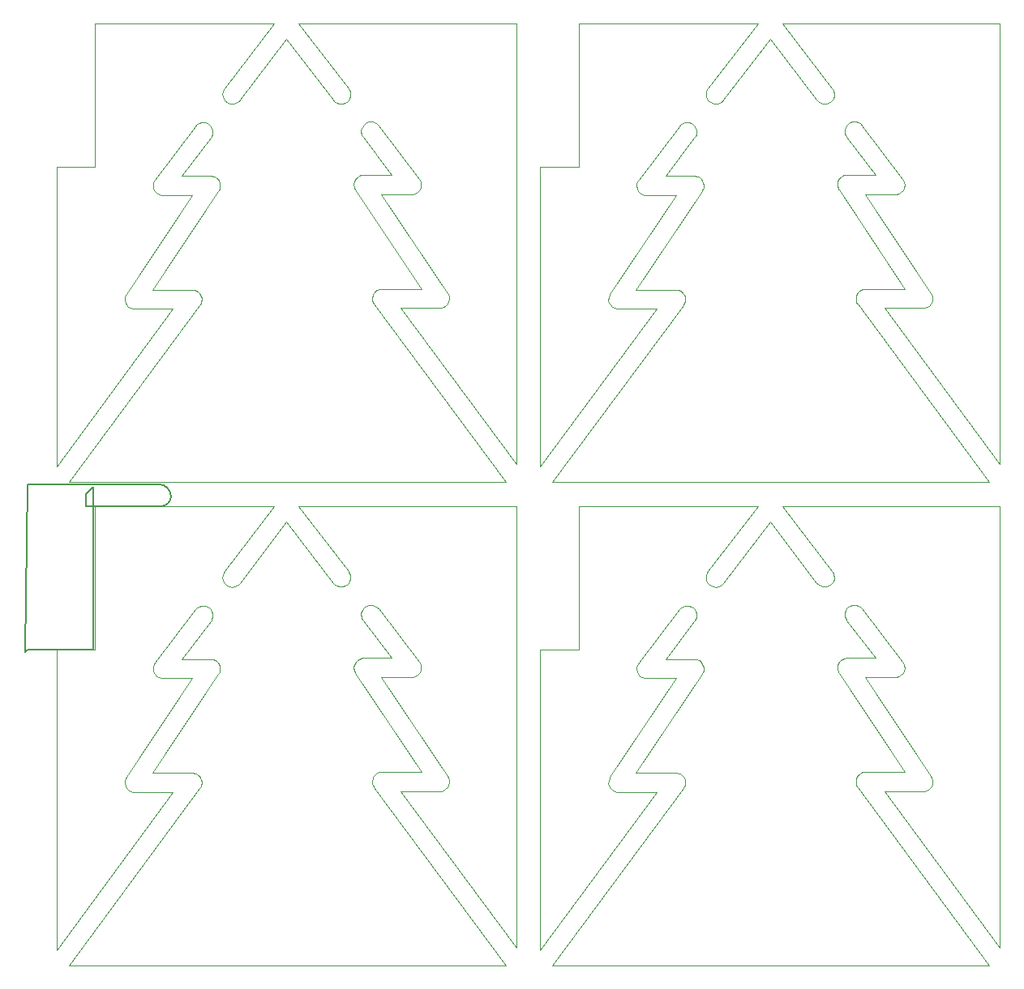
<source format=gbr>
G04*
G04 #@! TF.GenerationSoftware,Altium Limited,Altium Designer,23.1.1 (15)*
G04*
G04 Layer_Color=16711935*
%FSLAX25Y25*%
%MOIN*%
G70*
G04*
G04 #@! TF.SameCoordinates,E066B419-5711-4A73-A0CA-953248983CDD*
G04*
G04*
G04 #@! TF.FilePolarity,Positive*
G04*
G01*
G75*
%ADD31C,0.00500*%
%ADD32C,0.00000*%
D31*
X143000Y289000D02*
G03*
X147000Y293000I0J4000D01*
G01*
D02*
G03*
X142000Y298000I-5000J0D01*
G01*
X115000Y230000D02*
Y297000D01*
X112000Y294000D02*
X115000Y297000D01*
X112000Y289000D02*
Y294000D01*
Y289000D02*
X143000D01*
X141000Y298000D02*
X142000D01*
X135000D02*
X141000D01*
X116000D02*
X135000D01*
X88000Y230000D02*
X115000D01*
X87000Y229000D02*
X88000Y230000D01*
X87000Y229000D02*
X88000Y298000D01*
X116000D01*
D32*
X288976Y107343D02*
Y288976D01*
X199470D02*
X288976D01*
X199470D02*
X219979Y262157D01*
X219979Y262157D02*
X219979Y262157D01*
X219979Y262157D02*
X220175Y261901D01*
X220478Y261333D01*
X220684Y260722D01*
X220789Y260087D01*
Y259765D02*
Y260087D01*
Y259147D02*
Y259765D01*
X220411Y257971D02*
X220789Y259147D01*
X219691Y256967D02*
X220411Y257971D01*
X218698Y256232D02*
X219691Y256967D01*
X217528Y255836D02*
X218698Y256232D01*
X216293Y255817D02*
X217528Y255836D01*
X215111Y256177D02*
X216293Y255817D01*
X214097Y256881D02*
X215111Y256177D01*
X213722Y257372D02*
X214097Y256881D01*
X194500Y282508D02*
X213722Y257372D01*
X175278D02*
X194500Y282508D01*
X175278Y257372D02*
X175278D01*
X174963Y256960D02*
X175278Y257372D01*
X174142Y256328D02*
X174963Y256960D01*
X173184Y255929D02*
X174142Y256328D01*
X172156Y255792D02*
X173184Y255929D01*
X171128Y255926D02*
X172156Y255792D01*
X170169Y256321D02*
X171128Y255926D01*
X169345Y256951D02*
X170169Y256321D01*
X168713Y257773D02*
X169345Y256951D01*
X168314Y258730D02*
X168713Y257773D01*
X168177Y259758D02*
X168314Y258730D01*
X168177Y259758D02*
X168311Y260786D01*
X168706Y261745D01*
X169021Y262157D01*
X189530Y288976D01*
X115748D02*
X189530D01*
X115748Y229921D02*
Y288976D01*
X100000Y229921D02*
X115748D01*
X100000Y106415D02*
Y229921D01*
Y106415D02*
X147867Y171378D01*
X131477D02*
X147867D01*
X130446Y171663D02*
X131477Y171378D01*
X129529Y172212D02*
X130446Y171663D01*
X128791Y172986D02*
X129529Y172212D01*
X128287Y173929D02*
X128791Y172986D01*
X128052Y174972D02*
X128287Y173929D01*
X128052Y174972D02*
X128103Y176040D01*
X128438Y177056D01*
X128734Y177501D01*
X155884Y218225D01*
X143008D02*
X155884D01*
X141949Y218527D02*
X143008Y218225D01*
X141014Y219107D02*
X141949Y218527D01*
X140274Y219921D02*
X141014Y219107D01*
X139785Y220907D02*
X140274Y219921D01*
X139585Y221989D02*
X139785Y220907D01*
X139585Y221989D02*
X139689Y223084D01*
X140090Y224109D01*
X140423Y224547D01*
X157116Y246500D01*
Y246500D02*
Y246500D01*
Y246500D02*
X157490Y246992D01*
X158504Y247700D01*
X159686Y248063D01*
X160923Y248046D01*
X162094Y247651D01*
X163089Y246916D01*
X163810Y245912D01*
X164189Y244735D01*
Y244116D02*
Y244735D01*
Y243795D02*
Y244116D01*
X164085Y243162D02*
X164189Y243795D01*
X163881Y242554D02*
X164085Y243162D01*
X163580Y241988D02*
X163881Y242554D01*
X163386Y241732D02*
X163580Y241988D01*
X151500Y226102D02*
X163386Y241732D01*
X151500Y226102D02*
X163631D01*
X164392Y225951D01*
X165108Y225654D01*
X165753Y225223D01*
X166302Y224674D01*
X166733Y224029D01*
X167030Y223312D01*
X167181Y222551D01*
Y222163D02*
Y222551D01*
Y221873D02*
Y222163D01*
X167096Y221300D02*
X167181Y221873D01*
X166928Y220745D02*
X167096Y221300D01*
X166681Y220220D02*
X166928Y220745D01*
X166520Y219979D02*
X166681Y220220D01*
X139371Y179255D02*
X166520Y219979D01*
X139371Y179255D02*
X156049D01*
X156810Y179103D01*
X157527Y178806D01*
X158172Y178375D01*
X158721Y177827D01*
X159151Y177182D01*
X159448Y176465D01*
X159600Y175704D01*
Y175316D02*
Y175704D01*
Y175003D02*
Y175316D01*
X159501Y174383D02*
X159600Y175003D01*
X159305Y173788D02*
X159501Y174383D01*
X159017Y173231D02*
X159305Y173788D01*
X158831Y172978D02*
X159017Y173231D01*
X105057Y100000D02*
X158831Y172978D01*
X105057Y100000D02*
X284603D01*
X230539Y173372D02*
X284603Y100000D01*
X230353Y173624D02*
X230539Y173372D01*
X230065Y174181D02*
X230353Y173624D01*
X229870Y174777D02*
X230065Y174181D01*
X229770Y175396D02*
X229870Y174777D01*
X229770Y175396D02*
Y175710D01*
Y176098D01*
X229922Y176859D01*
X230219Y177576D01*
X230650Y178221D01*
X231198Y178769D01*
X231843Y179200D01*
X232560Y179497D01*
X233321Y179648D01*
X249999D01*
X222850Y220372D02*
X249999Y179648D01*
X222689Y220614D02*
X222850Y220372D01*
X222442Y221138D02*
X222689Y220614D01*
X222274Y221693D02*
X222442Y221138D01*
X222189Y222267D02*
X222274Y221693D01*
X222189Y222267D02*
Y222557D01*
Y222945D01*
X222340Y223706D01*
X222637Y224423D01*
X223068Y225068D01*
X223617Y225616D01*
X224262Y226047D01*
X224978Y226344D01*
X225739Y226496D01*
X237870D01*
X225984Y242126D02*
X237870Y226496D01*
X225790Y242381D02*
X225984Y242126D01*
X225489Y242948D02*
X225790Y242381D01*
X225285Y243556D02*
X225489Y242948D01*
X225181Y244189D02*
X225285Y243556D01*
X225181Y244189D02*
Y244510D01*
Y245128D01*
X225560Y246305D01*
X226281Y247310D01*
X227276Y248045D01*
X228447Y248440D01*
X229684Y248457D01*
X230866Y248094D01*
X231880Y247386D01*
X232254Y246894D01*
X232254Y246894D01*
X248947Y224941D01*
X249280Y224503D01*
X249681Y223478D01*
X249785Y222383D01*
X249585Y221300D02*
X249785Y222383D01*
X249096Y220315D02*
X249585Y221300D01*
X248356Y219500D02*
X249096Y220315D01*
X247421Y218920D02*
X248356Y219500D01*
X246362Y218619D02*
X247421Y218920D01*
X233486Y218619D02*
X246362D01*
X233486D02*
X260636Y177895D01*
X260932Y177450D01*
X261267Y176434D01*
X261318Y175366D01*
X261084Y174323D02*
X261318Y175366D01*
X260579Y173380D02*
X261084Y174323D01*
X259841Y172606D02*
X260579Y173380D01*
X258924Y172056D02*
X259841Y172606D01*
X257893Y171771D02*
X258924Y172056D01*
X241503Y171771D02*
X257893D01*
X241503D02*
X288976Y107343D01*
X487795D02*
Y288976D01*
X398289D02*
X487795D01*
X398289D02*
X418798Y262157D01*
X418798Y262157D02*
X418798Y262157D01*
X418798Y262157D02*
X418993Y261901D01*
X419296Y261333D01*
X419503Y260722D01*
X419608Y260087D01*
Y259765D02*
Y260087D01*
Y259147D02*
Y259765D01*
X419230Y257971D02*
X419608Y259147D01*
X418510Y256967D02*
X419230Y257971D01*
X417517Y256232D02*
X418510Y256967D01*
X416347Y255836D02*
X417517Y256232D01*
X415112Y255817D02*
X416347Y255836D01*
X413930Y256177D02*
X415112Y255817D01*
X412916Y256881D02*
X413930Y256177D01*
X412541Y257372D02*
X412916Y256881D01*
X393319Y282508D02*
X412541Y257372D01*
X374097D02*
X393319Y282508D01*
X374097Y257372D02*
X374097D01*
X373782Y256960D02*
X374097Y257372D01*
X372960Y256328D02*
X373782Y256960D01*
X372003Y255929D02*
X372960Y256328D01*
X370975Y255792D02*
X372003Y255929D01*
X369947Y255926D02*
X370975Y255792D01*
X368988Y256321D02*
X369947Y255926D01*
X368164Y256951D02*
X368988Y256321D01*
X367532Y257773D02*
X368164Y256951D01*
X367133Y258730D02*
X367532Y257773D01*
X366996Y259758D02*
X367133Y258730D01*
X366996Y259758D02*
X367130Y260786D01*
X367525Y261745D01*
X367840Y262157D01*
X388349Y288976D01*
X314567D02*
X388349D01*
X314567Y229921D02*
Y288976D01*
X298819Y229921D02*
X314567D01*
X298819Y106415D02*
Y229921D01*
Y106415D02*
X346686Y171378D01*
X330296D02*
X346686D01*
X329265Y171663D02*
X330296Y171378D01*
X328348Y172212D02*
X329265Y171663D01*
X327610Y172986D02*
X328348Y172212D01*
X327105Y173929D02*
X327610Y172986D01*
X326870Y174972D02*
X327105Y173929D01*
X326870Y174972D02*
X326922Y176040D01*
X327257Y177056D01*
X327553Y177501D01*
X354703Y218225D01*
X341827D02*
X354703D01*
X340768Y218527D02*
X341827Y218225D01*
X339833Y219107D02*
X340768Y218527D01*
X339093Y219921D02*
X339833Y219107D01*
X338604Y220907D02*
X339093Y219921D01*
X338404Y221989D02*
X338604Y220907D01*
X338404Y221989D02*
X338508Y223084D01*
X338909Y224109D01*
X339242Y224547D01*
X355935Y246500D01*
Y246500D02*
Y246500D01*
Y246500D02*
X356309Y246992D01*
X357323Y247700D01*
X358505Y248063D01*
X359742Y248046D01*
X360913Y247651D01*
X361908Y246916D01*
X362629Y245912D01*
X363008Y244735D01*
Y244116D02*
Y244735D01*
Y243795D02*
Y244116D01*
X362904Y243162D02*
X363008Y243795D01*
X362699Y242554D02*
X362904Y243162D01*
X362399Y241988D02*
X362699Y242554D01*
X362205Y241732D02*
X362399Y241988D01*
X350319Y226102D02*
X362205Y241732D01*
X350319Y226102D02*
X362450D01*
X363211Y225951D01*
X363927Y225654D01*
X364572Y225223D01*
X365121Y224674D01*
X365552Y224029D01*
X365849Y223312D01*
X366000Y222551D01*
Y222163D02*
Y222551D01*
Y221873D02*
Y222163D01*
X365915Y221300D02*
X366000Y221873D01*
X365747Y220745D02*
X365915Y221300D01*
X365500Y220220D02*
X365747Y220745D01*
X365339Y219979D02*
X365500Y220220D01*
X338189Y179255D02*
X365339Y219979D01*
X338189Y179255D02*
X354868D01*
X355629Y179103D01*
X356346Y178806D01*
X356991Y178375D01*
X357539Y177827D01*
X357970Y177182D01*
X358267Y176465D01*
X358419Y175704D01*
Y175316D02*
Y175704D01*
Y175003D02*
Y175316D01*
X358319Y174383D02*
X358419Y175003D01*
X358123Y173788D02*
X358319Y174383D01*
X357836Y173231D02*
X358123Y173788D01*
X357650Y172978D02*
X357836Y173231D01*
X303876Y100000D02*
X357650Y172978D01*
X303876Y100000D02*
X483422D01*
X429358Y173372D02*
X483422Y100000D01*
X429172Y173624D02*
X429358Y173372D01*
X428884Y174181D02*
X429172Y173624D01*
X428688Y174777D02*
X428884Y174181D01*
X428589Y175396D02*
X428688Y174777D01*
X428589Y175396D02*
Y175710D01*
Y176098D01*
X428741Y176859D01*
X429037Y177576D01*
X429468Y178221D01*
X430017Y178769D01*
X430662Y179200D01*
X431379Y179497D01*
X432140Y179648D01*
X448818D01*
X421669Y220372D02*
X448818Y179648D01*
X421508Y220614D02*
X421669Y220372D01*
X421261Y221138D02*
X421508Y220614D01*
X421093Y221693D02*
X421261Y221138D01*
X421008Y222267D02*
X421093Y221693D01*
X421008Y222267D02*
Y222557D01*
Y222945D01*
X421159Y223706D01*
X421456Y224423D01*
X421887Y225068D01*
X422436Y225616D01*
X423080Y226047D01*
X423797Y226344D01*
X424558Y226496D01*
X436689D01*
X424803Y242126D02*
X436689Y226496D01*
X424609Y242381D02*
X424803Y242126D01*
X424308Y242948D02*
X424609Y242381D01*
X424103Y243556D02*
X424308Y242948D01*
X424000Y244189D02*
X424103Y243556D01*
X424000Y244189D02*
Y244510D01*
Y245128D01*
X424379Y246305D01*
X425100Y247310D01*
X426094Y248045D01*
X427266Y248440D01*
X428503Y248457D01*
X429685Y248094D01*
X430699Y247386D01*
X431073Y246894D01*
X431073Y246894D01*
X447766Y224941D01*
X448099Y224503D01*
X448500Y223478D01*
X448604Y222383D01*
X448404Y221300D02*
X448604Y222383D01*
X447915Y220315D02*
X448404Y221300D01*
X447175Y219500D02*
X447915Y220315D01*
X446240Y218920D02*
X447175Y219500D01*
X445181Y218619D02*
X446240Y218920D01*
X432305Y218619D02*
X445181D01*
X432305D02*
X459455Y177895D01*
X459751Y177450D01*
X460086Y176434D01*
X460137Y175366D01*
X459902Y174323D02*
X460137Y175366D01*
X459398Y173380D02*
X459902Y174323D01*
X458660Y172606D02*
X459398Y173380D01*
X457743Y172056D02*
X458660Y172606D01*
X456712Y171771D02*
X457743Y172056D01*
X440322Y171771D02*
X456712D01*
X440322D02*
X487795Y107343D01*
X288976Y306162D02*
Y487795D01*
X199470D02*
X288976D01*
X199470D02*
X219979Y460976D01*
X219979Y460976D02*
X219979Y460976D01*
X219979Y460976D02*
X220175Y460720D01*
X220478Y460151D01*
X220684Y459541D01*
X220789Y458906D01*
Y458583D02*
Y458906D01*
Y457966D02*
Y458583D01*
X220411Y456790D02*
X220789Y457966D01*
X219691Y455786D02*
X220411Y456790D01*
X218698Y455051D02*
X219691Y455786D01*
X217528Y454655D02*
X218698Y455051D01*
X216293Y454636D02*
X217528Y454655D01*
X215111Y454996D02*
X216293Y454636D01*
X214097Y455700D02*
X215111Y454996D01*
X213722Y456191D02*
X214097Y455700D01*
X194500Y481327D02*
X213722Y456191D01*
X175278D02*
X194500Y481327D01*
X175278Y456191D02*
X175278D01*
X174963Y455779D02*
X175278Y456191D01*
X174142Y455146D02*
X174963Y455779D01*
X173184Y454748D02*
X174142Y455146D01*
X172156Y454611D02*
X173184Y454748D01*
X171128Y454745D02*
X172156Y454611D01*
X170169Y455140D02*
X171128Y454745D01*
X169345Y455770D02*
X170169Y455140D01*
X168713Y456592D02*
X169345Y455770D01*
X168314Y457549D02*
X168713Y456592D01*
X168177Y458577D02*
X168314Y457549D01*
X168177Y458577D02*
X168311Y459605D01*
X168706Y460564D01*
X169021Y460976D01*
X189530Y487795D01*
X115748D02*
X189530D01*
X115748Y428740D02*
Y487795D01*
X100000Y428740D02*
X115748D01*
X100000Y305234D02*
Y428740D01*
Y305234D02*
X147867Y370197D01*
X131477D02*
X147867D01*
X130446Y370482D02*
X131477Y370197D01*
X129529Y371031D02*
X130446Y370482D01*
X128791Y371805D02*
X129529Y371031D01*
X128287Y372748D02*
X128791Y371805D01*
X128052Y373791D02*
X128287Y372748D01*
X128052Y373791D02*
X128103Y374859D01*
X128438Y375875D01*
X128734Y376320D01*
X155884Y417044D01*
X143008D02*
X155884D01*
X141949Y417345D02*
X143008Y417044D01*
X141014Y417926D02*
X141949Y417345D01*
X140274Y418740D02*
X141014Y417926D01*
X139785Y419726D02*
X140274Y418740D01*
X139585Y420808D02*
X139785Y419726D01*
X139585Y420808D02*
X139689Y421903D01*
X140090Y422928D01*
X140423Y423366D01*
X157116Y445319D01*
Y445319D02*
Y445319D01*
Y445319D02*
X157490Y445811D01*
X158504Y446519D01*
X159686Y446882D01*
X160923Y446865D01*
X162094Y446470D01*
X163089Y445735D01*
X163810Y444731D01*
X164189Y443553D01*
Y442935D02*
Y443553D01*
Y442614D02*
Y442935D01*
X164085Y441981D02*
X164189Y442614D01*
X163881Y441373D02*
X164085Y441981D01*
X163580Y440806D02*
X163881Y441373D01*
X163386Y440551D02*
X163580Y440806D01*
X151500Y424921D02*
X163386Y440551D01*
X151500Y424921D02*
X163631D01*
X164392Y424769D01*
X165108Y424473D01*
X165753Y424042D01*
X166302Y423493D01*
X166733Y422848D01*
X167030Y422131D01*
X167181Y421370D01*
Y420982D02*
Y421370D01*
Y420692D02*
Y420982D01*
X167096Y420119D02*
X167181Y420692D01*
X166928Y419563D02*
X167096Y420119D01*
X166681Y419039D02*
X166928Y419563D01*
X166520Y418798D02*
X166681Y419039D01*
X139371Y378074D02*
X166520Y418798D01*
X139371Y378074D02*
X156049D01*
X156810Y377922D01*
X157527Y377625D01*
X158172Y377194D01*
X158721Y376646D01*
X159151Y376001D01*
X159448Y375284D01*
X159600Y374523D01*
Y374135D02*
Y374523D01*
Y373821D02*
Y374135D01*
X159501Y373202D02*
X159600Y373821D01*
X159305Y372607D02*
X159501Y373202D01*
X159017Y372049D02*
X159305Y372607D01*
X158831Y371797D02*
X159017Y372049D01*
X105057Y298819D02*
X158831Y371797D01*
X105057Y298819D02*
X284603D01*
X230539Y372191D02*
X284603Y298819D01*
X230353Y372443D02*
X230539Y372191D01*
X230065Y373000D02*
X230353Y372443D01*
X229870Y373596D02*
X230065Y373000D01*
X229770Y374215D02*
X229870Y373596D01*
X229770Y374215D02*
Y374529D01*
Y374917D01*
X229922Y375678D01*
X230219Y376394D01*
X230650Y377039D01*
X231198Y377588D01*
X231843Y378019D01*
X232560Y378316D01*
X233321Y378467D01*
X249999D01*
X222850Y419191D02*
X249999Y378467D01*
X222689Y419433D02*
X222850Y419191D01*
X222442Y419957D02*
X222689Y419433D01*
X222274Y420512D02*
X222442Y419957D01*
X222189Y421086D02*
X222274Y420512D01*
X222189Y421086D02*
Y421376D01*
Y421764D01*
X222340Y422525D01*
X222637Y423242D01*
X223068Y423887D01*
X223617Y424435D01*
X224262Y424866D01*
X224978Y425163D01*
X225739Y425315D01*
X237870D01*
X225984Y440945D02*
X237870Y425315D01*
X225790Y441200D02*
X225984Y440945D01*
X225489Y441767D02*
X225790Y441200D01*
X225285Y442375D02*
X225489Y441767D01*
X225181Y443008D02*
X225285Y442375D01*
X225181Y443008D02*
Y443329D01*
Y443947D01*
X225560Y445124D01*
X226281Y446129D01*
X227276Y446864D01*
X228447Y447259D01*
X229684Y447275D01*
X230866Y446912D01*
X231880Y446205D01*
X232254Y445713D01*
X232254Y445713D01*
X248947Y423760D01*
X249280Y423322D01*
X249681Y422297D01*
X249785Y421202D01*
X249585Y420119D02*
X249785Y421202D01*
X249096Y419133D02*
X249585Y420119D01*
X248356Y418319D02*
X249096Y419133D01*
X247421Y417739D02*
X248356Y418319D01*
X246362Y417438D02*
X247421Y417739D01*
X233486Y417438D02*
X246362D01*
X233486D02*
X260636Y376713D01*
X260932Y376269D01*
X261267Y375253D01*
X261318Y374185D01*
X261084Y373142D02*
X261318Y374185D01*
X260579Y372199D02*
X261084Y373142D01*
X259841Y371425D02*
X260579Y372199D01*
X258924Y370875D02*
X259841Y371425D01*
X257893Y370590D02*
X258924Y370875D01*
X241503Y370590D02*
X257893D01*
X241503D02*
X288976Y306162D01*
X487795D02*
Y487795D01*
X398289D02*
X487795D01*
X398289D02*
X418798Y460976D01*
X418798Y460976D02*
X418798Y460976D01*
X418798Y460976D02*
X418993Y460720D01*
X419296Y460151D01*
X419503Y459541D01*
X419608Y458906D01*
Y458583D02*
Y458906D01*
Y457966D02*
Y458583D01*
X419230Y456790D02*
X419608Y457966D01*
X418510Y455786D02*
X419230Y456790D01*
X417517Y455051D02*
X418510Y455786D01*
X416347Y454655D02*
X417517Y455051D01*
X415112Y454636D02*
X416347Y454655D01*
X413930Y454996D02*
X415112Y454636D01*
X412916Y455700D02*
X413930Y454996D01*
X412541Y456191D02*
X412916Y455700D01*
X393319Y481327D02*
X412541Y456191D01*
X374097D02*
X393319Y481327D01*
X374097Y456191D02*
X374097D01*
X373782Y455779D02*
X374097Y456191D01*
X372960Y455146D02*
X373782Y455779D01*
X372003Y454748D02*
X372960Y455146D01*
X370975Y454611D02*
X372003Y454748D01*
X369947Y454745D02*
X370975Y454611D01*
X368988Y455140D02*
X369947Y454745D01*
X368164Y455770D02*
X368988Y455140D01*
X367532Y456592D02*
X368164Y455770D01*
X367133Y457549D02*
X367532Y456592D01*
X366996Y458577D02*
X367133Y457549D01*
X366996Y458577D02*
X367130Y459605D01*
X367525Y460564D01*
X367840Y460976D01*
X388349Y487795D01*
X314567D02*
X388349D01*
X314567Y428740D02*
Y487795D01*
X298819Y428740D02*
X314567D01*
X298819Y305234D02*
Y428740D01*
Y305234D02*
X346686Y370197D01*
X330296D02*
X346686D01*
X329265Y370482D02*
X330296Y370197D01*
X328348Y371031D02*
X329265Y370482D01*
X327610Y371805D02*
X328348Y371031D01*
X327105Y372748D02*
X327610Y371805D01*
X326870Y373791D02*
X327105Y372748D01*
X326870Y373791D02*
X326922Y374859D01*
X327257Y375875D01*
X327553Y376320D01*
X354703Y417044D01*
X341827D02*
X354703D01*
X340768Y417345D02*
X341827Y417044D01*
X339833Y417926D02*
X340768Y417345D01*
X339093Y418740D02*
X339833Y417926D01*
X338604Y419726D02*
X339093Y418740D01*
X338404Y420808D02*
X338604Y419726D01*
X338404Y420808D02*
X338508Y421903D01*
X338909Y422928D01*
X339242Y423366D01*
X355935Y445319D01*
Y445319D02*
Y445319D01*
Y445319D02*
X356309Y445811D01*
X357323Y446519D01*
X358505Y446882D01*
X359742Y446865D01*
X360913Y446470D01*
X361908Y445735D01*
X362629Y444731D01*
X363008Y443553D01*
Y442935D02*
Y443553D01*
Y442614D02*
Y442935D01*
X362904Y441981D02*
X363008Y442614D01*
X362699Y441373D02*
X362904Y441981D01*
X362399Y440806D02*
X362699Y441373D01*
X362205Y440551D02*
X362399Y440806D01*
X350319Y424921D02*
X362205Y440551D01*
X350319Y424921D02*
X362450D01*
X363211Y424769D01*
X363927Y424473D01*
X364572Y424042D01*
X365121Y423493D01*
X365552Y422848D01*
X365849Y422131D01*
X366000Y421370D01*
Y420982D02*
Y421370D01*
Y420692D02*
Y420982D01*
X365915Y420119D02*
X366000Y420692D01*
X365747Y419563D02*
X365915Y420119D01*
X365500Y419039D02*
X365747Y419563D01*
X365339Y418798D02*
X365500Y419039D01*
X338189Y378074D02*
X365339Y418798D01*
X338189Y378074D02*
X354868D01*
X355629Y377922D01*
X356346Y377625D01*
X356991Y377194D01*
X357539Y376646D01*
X357970Y376001D01*
X358267Y375284D01*
X358419Y374523D01*
Y374135D02*
Y374523D01*
Y373821D02*
Y374135D01*
X358319Y373202D02*
X358419Y373821D01*
X358123Y372607D02*
X358319Y373202D01*
X357836Y372049D02*
X358123Y372607D01*
X357650Y371797D02*
X357836Y372049D01*
X303876Y298819D02*
X357650Y371797D01*
X303876Y298819D02*
X483422D01*
X429358Y372191D02*
X483422Y298819D01*
X429172Y372443D02*
X429358Y372191D01*
X428884Y373000D02*
X429172Y372443D01*
X428688Y373596D02*
X428884Y373000D01*
X428589Y374215D02*
X428688Y373596D01*
X428589Y374215D02*
Y374529D01*
Y374917D01*
X428741Y375678D01*
X429037Y376394D01*
X429468Y377039D01*
X430017Y377588D01*
X430662Y378019D01*
X431379Y378316D01*
X432140Y378467D01*
X448818D01*
X421669Y419191D02*
X448818Y378467D01*
X421508Y419433D02*
X421669Y419191D01*
X421261Y419957D02*
X421508Y419433D01*
X421093Y420512D02*
X421261Y419957D01*
X421008Y421086D02*
X421093Y420512D01*
X421008Y421086D02*
Y421376D01*
Y421764D01*
X421159Y422525D01*
X421456Y423242D01*
X421887Y423887D01*
X422436Y424435D01*
X423080Y424866D01*
X423797Y425163D01*
X424558Y425315D01*
X436689D01*
X424803Y440945D02*
X436689Y425315D01*
X424609Y441200D02*
X424803Y440945D01*
X424308Y441767D02*
X424609Y441200D01*
X424103Y442375D02*
X424308Y441767D01*
X424000Y443008D02*
X424103Y442375D01*
X424000Y443008D02*
Y443329D01*
Y443947D01*
X424379Y445124D01*
X425100Y446129D01*
X426094Y446864D01*
X427266Y447259D01*
X428503Y447275D01*
X429685Y446912D01*
X430699Y446205D01*
X431073Y445713D01*
X431073Y445713D01*
X447766Y423760D01*
X448099Y423322D01*
X448500Y422297D01*
X448604Y421202D01*
X448404Y420119D02*
X448604Y421202D01*
X447915Y419133D02*
X448404Y420119D01*
X447175Y418319D02*
X447915Y419133D01*
X446240Y417739D02*
X447175Y418319D01*
X445181Y417438D02*
X446240Y417739D01*
X432305Y417438D02*
X445181D01*
X432305D02*
X459455Y376713D01*
X459751Y376269D01*
X460086Y375253D01*
X460137Y374185D01*
X459902Y373142D02*
X460137Y374185D01*
X459398Y372199D02*
X459902Y373142D01*
X458660Y371425D02*
X459398Y372199D01*
X457743Y370875D02*
X458660Y371425D01*
X456712Y370590D02*
X457743Y370875D01*
X440322Y370590D02*
X456712D01*
X440322D02*
X487795Y306162D01*
M02*

</source>
